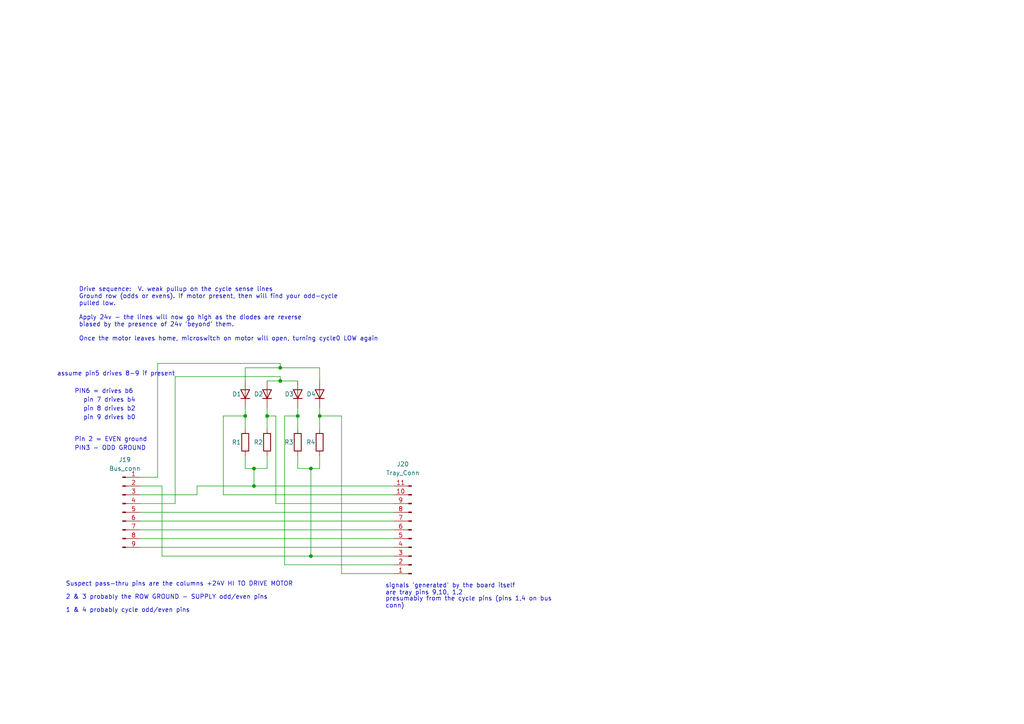
<source format=kicad_sch>
(kicad_sch (version 20230121) (generator eeschema)
  (paper "A4")
  (lib_symbols
    (symbol "Connector:Conn_01x09_Pin" (pin_names (offset 1.016) hide)
      (property "Reference" "J" (at 0 12.7 0))
      (property "Value" "Conn_01x09_Pin" (at 0 -12.7 0))
      (symbol "Conn_01x09_Pin_1_1"
        (polyline (pts (xy 1.27 -10.16) (xy 0.8636 -10.16)) (stroke (width 0.1524)))
        (polyline (pts (xy 1.27 -7.62) (xy 0.8636 -7.62)) (stroke (width 0.1524)))
        (polyline (pts (xy 1.27 -5.08) (xy 0.8636 -5.08)) (stroke (width 0.1524)))
        (polyline (pts (xy 1.27 -2.54) (xy 0.8636 -2.54)) (stroke (width 0.1524)))
        (polyline (pts (xy 1.27 0) (xy 0.8636 0)) (stroke (width 0.1524)))
        (polyline (pts (xy 1.27 2.54) (xy 0.8636 2.54)) (stroke (width 0.1524)))
        (polyline (pts (xy 1.27 5.08) (xy 0.8636 5.08)) (stroke (width 0.1524)))
        (polyline (pts (xy 1.27 7.62) (xy 0.8636 7.62)) (stroke (width 0.1524)))
        (polyline (pts (xy 1.27 10.16) (xy 0.8636 10.16)) (stroke (width 0.1524)))
        (rectangle (start 0.8636 -10.033) (end 0 -10.287) (stroke (width 0.1524)) (fill (type outline)))
        (rectangle (start 0.8636 -7.493) (end 0 -7.747) (stroke (width 0.1524)) (fill (type outline)))
        (rectangle (start 0.8636 -4.953) (end 0 -5.207) (stroke (width 0.1524)) (fill (type outline)))
        (rectangle (start 0.8636 -2.413) (end 0 -2.667) (stroke (width 0.1524)) (fill (type outline)))
        (rectangle (start 0.8636 0.127) (end 0 -0.127) (stroke (width 0.1524)) (fill (type outline)))
        (rectangle (start 0.8636 2.667) (end 0 2.413) (stroke (width 0.1524)) (fill (type outline)))
        (rectangle (start 0.8636 5.207) (end 0 4.953) (stroke (width 0.1524)) (fill (type outline)))
        (rectangle (start 0.8636 7.747) (end 0 7.493) (stroke (width 0.1524)) (fill (type outline)))
        (rectangle (start 0.8636 10.287) (end 0 10.033) (stroke (width 0.1524)) (fill (type outline)))
        (pin passive line (at 5.08 10.16 180) (length 3.81) (name "Pin_1") (number "1"))
        (pin passive line (at 5.08 7.62 180) (length 3.81) (name "Pin_2") (number "2"))
        (pin passive line (at 5.08 5.08 180) (length 3.81) (name "Pin_3") (number "3"))
        (pin passive line (at 5.08 2.54 180) (length 3.81) (name "Pin_4") (number "4"))
        (pin passive line (at 5.08 0 180) (length 3.81) (name "Pin_5") (number "5"))
        (pin passive line (at 5.08 -2.54 180) (length 3.81) (name "Pin_6") (number "6"))
        (pin passive line (at 5.08 -5.08 180) (length 3.81) (name "Pin_7") (number "7"))
        (pin passive line (at 5.08 -7.62 180) (length 3.81) (name "Pin_8") (number "8"))
        (pin passive line (at 5.08 -10.16 180) (length 3.81) (name "Pin_9") (number "9"))
      )
    )
    (symbol "Connector:Conn_01x11_Pin" (pin_names (offset 1.016) hide)
      (property "Reference" "J" (at 0 15.24 0))
      (property "Value" "Conn_01x11_Pin" (at 0 -15.24 0))
      (symbol "Conn_01x11_Pin_1_1"
        (polyline (pts (xy 1.27 -12.7) (xy 0.8636 -12.7)) (stroke (width 0.1524)))
        (polyline (pts (xy 1.27 -10.16) (xy 0.8636 -10.16)) (stroke (width 0.1524)))
        (polyline (pts (xy 1.27 -7.62) (xy 0.8636 -7.62)) (stroke (width 0.1524)))
        (polyline (pts (xy 1.27 -5.08) (xy 0.8636 -5.08)) (stroke (width 0.1524)))
        (polyline (pts (xy 1.27 -2.54) (xy 0.8636 -2.54)) (stroke (width 0.1524)))
        (polyline (pts (xy 1.27 0) (xy 0.8636 0)) (stroke (width 0.1524)))
        (polyline (pts (xy 1.27 2.54) (xy 0.8636 2.54)) (stroke (width 0.1524)))
        (polyline (pts (xy 1.27 5.08) (xy 0.8636 5.08)) (stroke (width 0.1524)))
        (polyline (pts (xy 1.27 7.62) (xy 0.8636 7.62)) (stroke (width 0.1524)))
        (polyline (pts (xy 1.27 10.16) (xy 0.8636 10.16)) (stroke (width 0.1524)))
        (polyline (pts (xy 1.27 12.7) (xy 0.8636 12.7)) (stroke (width 0.1524)))
        (rectangle (start 0.8636 -12.573) (end 0 -12.827) (stroke (width 0.1524)) (fill (type outline)))
        (rectangle (start 0.8636 -10.033) (end 0 -10.287) (stroke (width 0.1524)) (fill (type outline)))
        (rectangle (start 0.8636 -7.493) (end 0 -7.747) (stroke (width 0.1524)) (fill (type outline)))
        (rectangle (start 0.8636 -4.953) (end 0 -5.207) (stroke (width 0.1524)) (fill (type outline)))
        (rectangle (start 0.8636 -2.413) (end 0 -2.667) (stroke (width 0.1524)) (fill (type outline)))
        (rectangle (start 0.8636 0.127) (end 0 -0.127) (stroke (width 0.1524)) (fill (type outline)))
        (rectangle (start 0.8636 2.667) (end 0 2.413) (stroke (width 0.1524)) (fill (type outline)))
        (rectangle (start 0.8636 5.207) (end 0 4.953) (stroke (width 0.1524)) (fill (type outline)))
        (rectangle (start 0.8636 7.747) (end 0 7.493) (stroke (width 0.1524)) (fill (type outline)))
        (rectangle (start 0.8636 10.287) (end 0 10.033) (stroke (width 0.1524)) (fill (type outline)))
        (rectangle (start 0.8636 12.827) (end 0 12.573) (stroke (width 0.1524)) (fill (type outline)))
        (pin passive line (at 5.08 12.7 180) (length 3.81) (name "Pin_1") (number "1"))
        (pin passive line (at 5.08 -10.16 180) (length 3.81) (name "Pin_10") (number "10"))
        (pin passive line (at 5.08 -12.7 180) (length 3.81) (name "Pin_11") (number "11"))
        (pin passive line (at 5.08 10.16 180) (length 3.81) (name "Pin_2") (number "2"))
        (pin passive line (at 5.08 7.62 180) (length 3.81) (name "Pin_3") (number "3"))
        (pin passive line (at 5.08 5.08 180) (length 3.81) (name "Pin_4") (number "4"))
        (pin passive line (at 5.08 2.54 180) (length 3.81) (name "Pin_5") (number "5"))
        (pin passive line (at 5.08 0 180) (length 3.81) (name "Pin_6") (number "6"))
        (pin passive line (at 5.08 -2.54 180) (length 3.81) (name "Pin_7") (number "7"))
        (pin passive line (at 5.08 -5.08 180) (length 3.81) (name "Pin_8") (number "8"))
        (pin passive line (at 5.08 -7.62 180) (length 3.81) (name "Pin_9") (number "9"))
      )
    )
    (symbol "Device:R" (pin_numbers hide) (pin_names (offset 0))
      (property "Reference" "R" (at 2.032 0 90))
      (property "Value" "R" (at 0 0 90))
      (symbol "R_0_1"
        (rectangle (start -1.016 -2.54) (end 1.016 2.54) (stroke (width 0.254)))
      )
      (symbol "R_1_1"
        (pin passive line (at 0 3.81 270) (length 1.27) (name "~") (number "1"))
        (pin passive line (at 0 -3.81 90) (length 1.27) (name "~") (number "2"))
      )
    )
    (symbol "Diode:1N4148" (pin_numbers hide) (pin_names hide)
      (property "Reference" "D" (at 0 2.54 0))
      (property "Value" "1N4148" (at 0 -2.54 0))
      (symbol "1N4148_0_1"
        (polyline (pts (xy -1.27 1.27) (xy -1.27 -1.27)) (stroke (width 0.254)))
        (polyline (pts (xy 1.27 0) (xy -1.27 0)))
        (polyline (pts (xy 1.27 1.27) (xy 1.27 -1.27) (xy -1.27 0) (xy 1.27 1.27)) (stroke (width 0.254)))
      )
      (symbol "1N4148_1_1"
        (pin passive line (at -3.81 0 0) (length 2.54) (name "K") (number "1"))
        (pin passive line (at 3.81 0 180) (length 2.54) (name "A") (number "2"))
      )
    )
  )
  (junction (at 71.12 120.65))
  (junction (at 86.36 120.65))
  (junction (at 81.28 106.68))
  (junction (at 90.17 135.89))
  (junction (at 90.17 161.29))
  (junction (at 77.47 120.65))
  (junction (at 73.66 135.89))
  (junction (at 73.66 140.97))
  (junction (at 81.28 110.49))
  (junction (at 92.71 120.65))
  (wire (pts (xy 71.12 110.49) (xy 71.12 106.68)))
  (wire (pts (xy 64.77 143.51) (xy 64.77 120.65)))
  (wire (pts (xy 46.99 161.29) (xy 46.99 140.97)))
  (wire (pts (xy 80.01 146.05) (xy 80.01 120.65)))
  (wire (pts (xy 82.55 120.65) (xy 82.55 163.83)))
  (wire (pts (xy 82.55 120.65) (xy 86.36 120.65)))
  (wire (pts (xy 73.66 140.97) (xy 114.3 140.97)))
  (wire (pts (xy 40.64 146.05) (xy 50.8 146.05)))
  (wire (pts (xy 71.12 135.89) (xy 71.12 132.08)))
  (wire (pts (xy 92.71 120.65) (xy 99.06 120.65)))
  (wire (pts (xy 64.77 143.51) (xy 114.3 143.51)))
  (wire (pts (xy 64.77 120.65) (xy 71.12 120.65)))
  (wire (pts (xy 92.71 110.49) (xy 92.71 106.68)))
  (wire (pts (xy 40.64 148.59) (xy 114.3 148.59)))
  (wire (pts (xy 92.71 120.65) (xy 92.71 124.46)))
  (wire (pts (xy 73.66 135.89) (xy 77.47 135.89)))
  (wire (pts (xy 80.01 146.05) (xy 114.3 146.05)))
  (wire (pts (xy 71.12 106.68) (xy 81.28 106.68)))
  (wire (pts (xy 77.47 120.65) (xy 80.01 120.65)))
  (wire (pts (xy 77.47 118.11) (xy 77.47 120.65)))
  (wire (pts (xy 81.28 110.49) (xy 86.36 110.49)))
  (wire (pts (xy 81.28 106.68) (xy 81.28 105.41)))
  (wire (pts (xy 86.36 120.65) (xy 86.36 124.46)))
  (wire (pts (xy 92.71 120.65) (xy 92.71 118.11)))
  (wire (pts (xy 71.12 120.65) (xy 71.12 124.46)))
  (wire (pts (xy 77.47 110.49) (xy 81.28 110.49)))
  (wire (pts (xy 40.64 151.13) (xy 114.3 151.13)))
  (wire (pts (xy 45.72 138.43) (xy 40.64 138.43)))
  (wire (pts (xy 86.36 118.11) (xy 86.36 120.65)))
  (wire (pts (xy 77.47 135.89) (xy 77.47 132.08)))
  (wire (pts (xy 40.64 143.51) (xy 57.15 143.51)))
  (wire (pts (xy 92.71 135.89) (xy 92.71 132.08)))
  (wire (pts (xy 57.15 143.51) (xy 57.15 140.97)))
  (wire (pts (xy 114.3 161.29) (xy 90.17 161.29)))
  (wire (pts (xy 82.55 163.83) (xy 114.3 163.83)))
  (wire (pts (xy 71.12 135.89) (xy 73.66 135.89)))
  (wire (pts (xy 40.64 153.67) (xy 114.3 153.67)))
  (wire (pts (xy 40.64 140.97) (xy 46.99 140.97)))
  (wire (pts (xy 46.99 161.29) (xy 90.17 161.29)))
  (wire (pts (xy 81.28 105.41) (xy 45.72 105.41)))
  (wire (pts (xy 40.64 158.75) (xy 114.3 158.75)))
  (wire (pts (xy 86.36 135.89) (xy 86.36 132.08)))
  (wire (pts (xy 99.06 166.37) (xy 114.3 166.37)))
  (wire (pts (xy 40.64 156.21) (xy 114.3 156.21)))
  (wire (pts (xy 77.47 120.65) (xy 77.47 124.46)))
  (wire (pts (xy 81.28 106.68) (xy 92.71 106.68)))
  (wire (pts (xy 81.28 109.22) (xy 81.28 110.49)))
  (wire (pts (xy 57.15 140.97) (xy 73.66 140.97)))
  (wire (pts (xy 99.06 120.65) (xy 99.06 166.37)))
  (wire (pts (xy 86.36 135.89) (xy 90.17 135.89)))
  (wire (pts (xy 73.66 135.89) (xy 73.66 140.97)))
  (wire (pts (xy 50.8 146.05) (xy 50.8 109.22)))
  (wire (pts (xy 71.12 120.65) (xy 71.12 118.11)))
  (wire (pts (xy 90.17 135.89) (xy 90.17 161.29)))
  (wire (pts (xy 45.72 105.41) (xy 45.72 138.43)))
  (wire (pts (xy 90.17 135.89) (xy 92.71 135.89)))
  (wire (pts (xy 50.8 109.22) (xy 81.28 109.22)))
  (text "Suspect pass-thru pins are the columns +24V HI TO DRIVE MOTOR" (at 19.05 170.18 0) (effects (font (size 1.27 1.27)) (justify left bottom)))
  (text "signals 'generated' by the board itself \nare tray pins 9,10, 1,2" (at 111.76 172.72 0) (effects (font (size 1.27 1.27)) (justify left bottom)))
  (text "pin 8 drives b2" (at 24.13 119.38 0) (effects (font (size 1.27 1.27)) (justify left bottom)))
  (text "2 & 3 probably the ROW GROUND - SUPPLY odd/even pins" (at 19.05 173.99 0) (effects (font (size 1.27 1.27)) (justify left bottom)))
  (text "Pin 2 = EVEN ground" (at 21.59 128.27 0) (effects (font (size 1.27 1.27)) (justify left bottom)))
  (text "Drive sequence:  V. weak pullup on the cycle sense lines\nGround row (odds or evens). If motor present, then will find your odd-cycle \npulled low.\n\nApply 24v - the lines will now go high as the diodes are reverse\nbiased by the presence of 24v 'beyond' them.\n\nOnce the motor leaves home, microswitch on motor will open, turning cycle0 LOW again" (at 22.86 99.06 0) (effects (font (size 1.27 1.27)) (justify left bottom)))
  (text "assume pin5 drives 8-9 if present" (at 16.51 109.22 0) (effects (font (size 1.27 1.27)) (justify left bottom)))
  (text "PIN6 = drives b6" (at 21.59 114.3 0) (effects (font (size 1.27 1.27)) (justify left bottom)))
  (text "pin 7 drives b4\n" (at 24.13 116.84 0) (effects (font (size 1.27 1.27)) (justify left bottom)))
  (text "pin 9 drives b0\n" (at 24.13 121.92 0) (effects (font (size 1.27 1.27)) (justify left bottom)))
  (text "presumably from the cycle pins (pins 1,4 on bus\nconn)" (at 111.76 176.53 0) (effects (font (size 1.27 1.27)) (justify left bottom)))
  (text "1 & 4 probably cycle odd/even pins" (at 19.05 177.8 0) (effects (font (size 1.27 1.27)) (justify left bottom)))
  (text "PIN3 - ODD GROUND" (at 21.59 130.81 0) (effects (font (size 1.27 1.27)) (justify left bottom)))
  (symbol (lib_id "Connector:Conn_01x11_Pin") (at 119.38 153.67 180) (unit 1)
    (property "Reference" "J20" (at 116.84 134.62 0))
    (property "Value" "Tray_Conn" (at 116.84 137.16 0))
    (property "Footprint" "Connector_Molex:Molex_KK-396_5273-11A_1x11_P3.96mm_Vertical" (effects hide))
  )
  (symbol (lib_id "Device:R") (at 77.47 128.27 180) (unit 1)
    (property "Reference" "R2" (at 74.93 128.27 0))
    (property "Value" "R" (effects hide))
    (property "Footprint" "Resistor_THT:R_Axial_DIN0207_L6.3mm_D2.5mm_P10.16mm_Horizontal" (effects hide))
  )
  (symbol (lib_id "Device:R") (at 92.71 128.27 180) (unit 1)
    (property "Reference" "R4" (at 90.17 128.27 0))
    (property "Value" "R" (effects hide))
    (property "Footprint" "Resistor_THT:R_Axial_DIN0207_L6.3mm_D2.5mm_P10.16mm_Horizontal" (effects hide))
  )
  (symbol (lib_id "Device:R") (at 71.12 128.27 180) (unit 1)
    (property "Reference" "R1" (at 68.58 128.27 0))
    (property "Value" "R" (effects hide))
    (property "Footprint" "Resistor_THT:R_Axial_DIN0207_L6.3mm_D2.5mm_P10.16mm_Horizontal" (effects hide))
  )
  (symbol (lib_id "Connector:Conn_01x09_Pin") (at 35.56 148.59 0) (unit 1)
    (property "Reference" "J19" (at 36.195 133.35 0))
    (property "Value" "Bus_conn" (at 36.195 135.89 0))
    (property "Footprint" "Connector_Molex:Molex_KK-254_AE-6410-09A_1x09_P2.54mm_Vertical" (effects hide))
  )
  (symbol (lib_id "Diode:1N4148") (at 92.71 114.3 90) (unit 1)
    (property "Reference" "D4" (at 88.9 114.3 90) (effects (justify right)))
    (property "Value" "1N4148" (effects hide))
    (property "Footprint" "Diode_THT:D_DO-35_SOD27_P10.16mm_Horizontal" (effects hide))
    (property "Datasheet" "https://assets.nexperia.com/documents/data-sheet/1N4148_1N4448.pdf" (effects hide))
    (property "Sim.Device" "D" (effects hide))
    (property "Sim.Pins" "1=K 2=A" (effects hide))
  )
  (symbol (lib_id "Diode:1N4148") (at 71.12 114.3 90) (unit 1)
    (property "Reference" "D1" (at 67.31 114.3 90) (effects (justify right)))
    (property "Value" "1N4148" (effects hide))
    (property "Footprint" "Diode_THT:D_DO-35_SOD27_P10.16mm_Horizontal" (effects hide))
    (property "Datasheet" "https://assets.nexperia.com/documents/data-sheet/1N4148_1N4448.pdf" (effects hide))
    (property "Sim.Device" "D" (effects hide))
    (property "Sim.Pins" "1=K 2=A" (effects hide))
  )
  (symbol (lib_id "Device:R") (at 86.36 128.27 180) (unit 1)
    (property "Reference" "R3" (at 83.82 128.27 0))
    (property "Value" "R" (effects hide))
    (property "Footprint" "Resistor_THT:R_Axial_DIN0207_L6.3mm_D2.5mm_P10.16mm_Horizontal" (effects hide))
  )
  (symbol (lib_id "Diode:1N4148") (at 86.36 114.3 90) (unit 1)
    (property "Reference" "D3" (at 82.55 114.3 90) (effects (justify right)))
    (property "Value" "1N4148" (effects hide))
    (property "Footprint" "Diode_THT:D_DO-35_SOD27_P10.16mm_Horizontal" (effects hide))
    (property "Datasheet" "https://assets.nexperia.com/documents/data-sheet/1N4148_1N4448.pdf" (effects hide))
    (property "Sim.Device" "D" (effects hide))
    (property "Sim.Pins" "1=K 2=A" (effects hide))
  )
  (symbol (lib_id "Diode:1N4148") (at 77.47 114.3 90) (unit 1)
    (property "Reference" "D2" (at 73.66 114.3 90) (effects (justify right)))
    (property "Value" "1N4148" (effects hide))
    (property "Footprint" "Diode_THT:D_DO-35_SOD27_P10.16mm_Horizontal" (effects hide))
    (property "Datasheet" "https://assets.nexperia.com/documents/data-sheet/1N4148_1N4448.pdf" (effects hide))
    (property "Sim.Device" "D" (effects hide))
    (property "Sim.Pins" "1=K 2=A" (effects hide))
  )
)
</source>
